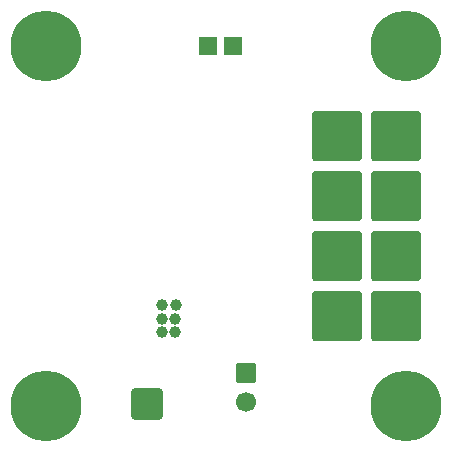
<source format=gbr>
%TF.GenerationSoftware,KiCad,Pcbnew,7.0.7-7.0.7~ubuntu23.04.1*%
%TF.CreationDate,2023-09-17T10:01:33+00:00*%
%TF.ProjectId,STEPDOWN02,53544550-444f-4574-9e30-322e6b696361,rev?*%
%TF.SameCoordinates,Original*%
%TF.FileFunction,Soldermask,Top*%
%TF.FilePolarity,Negative*%
%FSLAX46Y46*%
G04 Gerber Fmt 4.6, Leading zero omitted, Abs format (unit mm)*
G04 Created by KiCad (PCBNEW 7.0.7-7.0.7~ubuntu23.04.1) date 2023-09-17 10:01:33*
%MOMM*%
%LPD*%
G01*
G04 APERTURE LIST*
G04 Aperture macros list*
%AMRoundRect*
0 Rectangle with rounded corners*
0 $1 Rounding radius*
0 $2 $3 $4 $5 $6 $7 $8 $9 X,Y pos of 4 corners*
0 Add a 4 corners polygon primitive as box body*
4,1,4,$2,$3,$4,$5,$6,$7,$8,$9,$2,$3,0*
0 Add four circle primitives for the rounded corners*
1,1,$1+$1,$2,$3*
1,1,$1+$1,$4,$5*
1,1,$1+$1,$6,$7*
1,1,$1+$1,$8,$9*
0 Add four rect primitives between the rounded corners*
20,1,$1+$1,$2,$3,$4,$5,0*
20,1,$1+$1,$4,$5,$6,$7,0*
20,1,$1+$1,$6,$7,$8,$9,0*
20,1,$1+$1,$8,$9,$2,$3,0*%
G04 Aperture macros list end*
%ADD10C,6.000000*%
%ADD11RoundRect,0.200000X-1.905000X1.905000X-1.905000X-1.905000X1.905000X-1.905000X1.905000X1.905000X0*%
%ADD12RoundRect,0.200000X-1.117600X-1.117600X1.117600X-1.117600X1.117600X1.117600X-1.117600X1.117600X0*%
%ADD13RoundRect,0.200000X-0.650000X0.650000X-0.650000X-0.650000X0.650000X-0.650000X0.650000X0.650000X0*%
%ADD14C,1.700000*%
%ADD15RoundRect,0.200000X0.599440X0.599440X-0.599440X0.599440X-0.599440X-0.599440X0.599440X-0.599440X0*%
%ADD16C,1.000000*%
G04 APERTURE END LIST*
D10*
%TO.C,P1*%
X121920000Y-71120000D03*
%TD*%
%TO.C,P2*%
X152400000Y-71120000D03*
%TD*%
%TO.C,P3*%
X121920000Y-101600000D03*
%TD*%
%TO.C,P4*%
X152400000Y-101600000D03*
%TD*%
D11*
%TO.C,J1*%
X151558000Y-93980000D03*
X146558000Y-93980000D03*
%TD*%
%TO.C,J2*%
X151558000Y-88900000D03*
X146558000Y-88900000D03*
%TD*%
%TO.C,J3*%
X151558000Y-78740000D03*
X146558000Y-78740000D03*
%TD*%
%TO.C,J4*%
X151558000Y-83820000D03*
X146558000Y-83820000D03*
%TD*%
D12*
%TO.C,P5*%
X130429000Y-101473000D03*
%TD*%
D13*
%TO.C,C12*%
X138811000Y-98806000D03*
D14*
X138811000Y-101306000D03*
%TD*%
D15*
%TO.C,D2*%
X135602980Y-71120000D03*
X137701020Y-71120000D03*
%TD*%
D16*
%TO.C,U1*%
X132905500Y-93027500D03*
X132842000Y-95377000D03*
X132842000Y-94234000D03*
X131762500Y-95377000D03*
X131762500Y-94234000D03*
X131762500Y-93027500D03*
%TD*%
M02*

</source>
